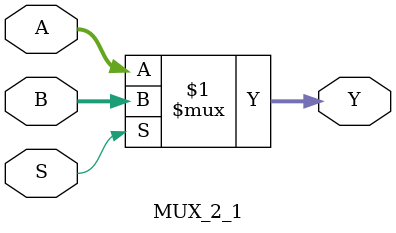
<source format=v>
`timescale 1ns / 1ps


module MUX_2_1(output[7:0]Y, input[7:0]A, B, input S);

  assign Y = S ? B : A;

endmodule

</source>
